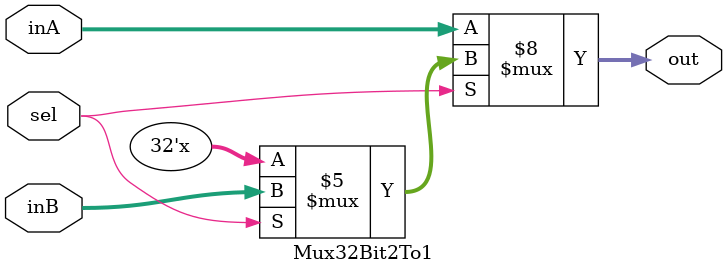
<source format=v>
`timescale 1ns / 1ps


module Mux32Bit2To1(out, inA, inB, sel);
    input [31:0] inA;
    input [31:0] inB;
    output reg [31:0] out;
    input sel;

    initial begin 
        out <= 0;
    end

    always @(*) begin
        if (sel == 0) begin
            out <= inA;
        end
        else if (sel == 1) begin
            out <= inB;
        end
    end
	
endmodule

</source>
